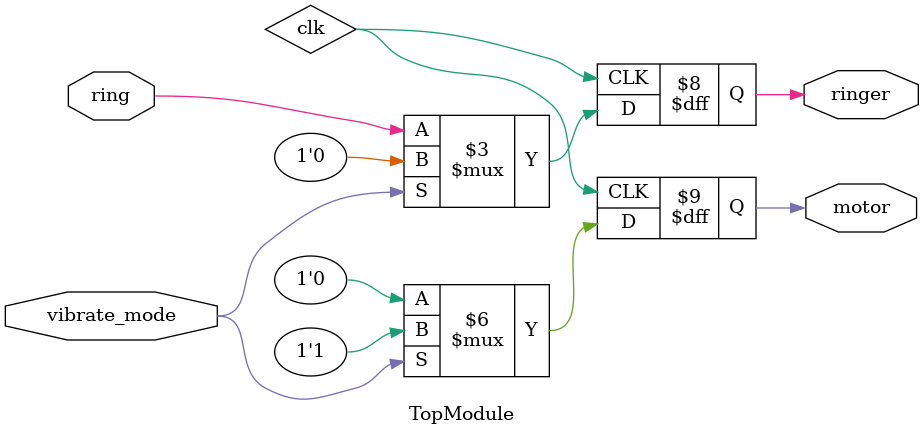
<source format=sv>


module TopModule (
  input ring,
  input vibrate_mode,
  output ringer,
  output motor
);

  always @(posedge clk) begin
    if (vibrate_mode) begin
      motor <= 1;
      ringer <= 0;
    end else begin
      ringer <= ring;
      motor <= 0;
    end
  end

endmodule

</source>
